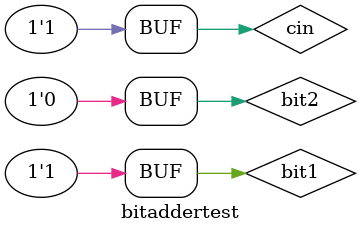
<source format=v>
`timescale 1ns / 1ps


module bitaddertest;

	// Inputs
	reg bit1;
	reg bit2;
	reg cin;

	// Outputs
	wire sum;
	wire cout;

	// Instantiate the Unit Under Test (UUT)
	bitAdder uut (
		.bit1(bit1), 
		.bit2(bit2), 
		.cin(cin), 
		.sum(sum), 
		.cout(cout)
	);

	initial begin
		// Initialize Inputs
		bit1 = 1;
		bit2 = 0;
		cin = 1;

		// Wait 100 ns for global reset to finish
		#100;
        
		// Add stimulus here

	end
      
endmodule


</source>
